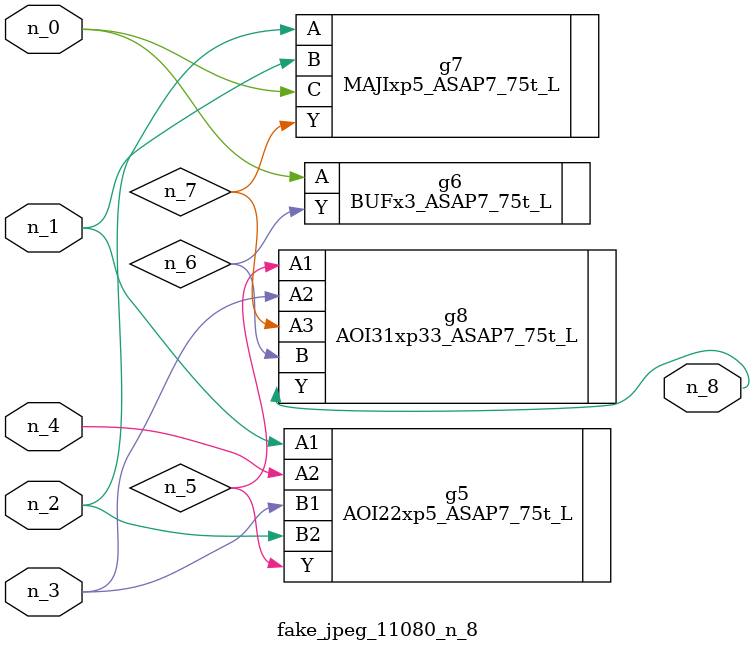
<source format=v>
module fake_jpeg_11080_n_8 (n_3, n_2, n_1, n_0, n_4, n_8);

input n_3;
input n_2;
input n_1;
input n_0;
input n_4;

output n_8;

wire n_6;
wire n_5;
wire n_7;

AOI22xp5_ASAP7_75t_L g5 ( 
.A1(n_1),
.A2(n_4),
.B1(n_3),
.B2(n_2),
.Y(n_5)
);

BUFx3_ASAP7_75t_L g6 ( 
.A(n_0),
.Y(n_6)
);

MAJIxp5_ASAP7_75t_L g7 ( 
.A(n_2),
.B(n_1),
.C(n_0),
.Y(n_7)
);

AOI31xp33_ASAP7_75t_L g8 ( 
.A1(n_5),
.A2(n_3),
.A3(n_7),
.B(n_6),
.Y(n_8)
);


endmodule
</source>
